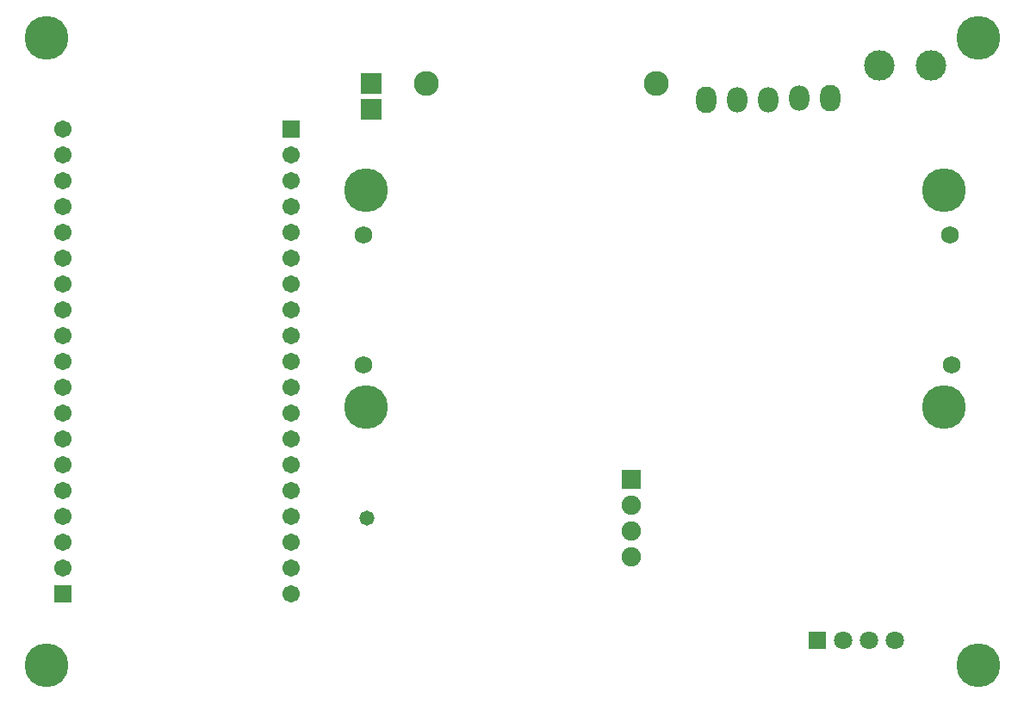
<source format=gts>
G04*
G04 #@! TF.GenerationSoftware,Altium Limited,Altium Designer,24.9.1 (31)*
G04*
G04 Layer_Color=8388736*
%FSTAX24Y24*%
%MOIN*%
G70*
G04*
G04 #@! TF.SameCoordinates,937A2281-D82C-41EB-8C72-0E8F8F28929F*
G04*
G04*
G04 #@! TF.FilePolarity,Negative*
G04*
G01*
G75*
%ADD20C,0.0749*%
%ADD21R,0.0749X0.0749*%
%ADD22C,0.0671*%
%ADD23R,0.0671X0.0671*%
%ADD24C,0.0680*%
%ADD25C,0.1694*%
%ADD26O,0.0780X0.1030*%
%ADD27O,0.0780X0.0980*%
%ADD28C,0.1180*%
%ADD29C,0.0710*%
%ADD30R,0.0710X0.0710*%
%ADD31C,0.0966*%
%ADD32R,0.0789X0.0789*%
%ADD33C,0.0580*%
D20*
X03685Y025268D02*
D03*
Y026268D02*
D03*
Y027268D02*
D03*
D21*
Y028268D02*
D03*
D22*
X023694Y023826D02*
D03*
Y024826D02*
D03*
Y025826D02*
D03*
Y026826D02*
D03*
Y027826D02*
D03*
Y028826D02*
D03*
Y029826D02*
D03*
Y030826D02*
D03*
Y031826D02*
D03*
Y032826D02*
D03*
Y033826D02*
D03*
Y035826D02*
D03*
Y039826D02*
D03*
Y036826D02*
D03*
Y037826D02*
D03*
Y038826D02*
D03*
Y040826D02*
D03*
Y034826D02*
D03*
X014843Y024843D02*
D03*
Y025843D02*
D03*
Y038843D02*
D03*
Y037843D02*
D03*
Y036843D02*
D03*
Y035843D02*
D03*
Y034843D02*
D03*
Y039843D02*
D03*
Y041843D02*
D03*
Y040843D02*
D03*
Y033843D02*
D03*
Y032843D02*
D03*
Y031843D02*
D03*
Y030843D02*
D03*
Y029843D02*
D03*
Y028843D02*
D03*
Y027843D02*
D03*
Y026843D02*
D03*
D23*
X023694Y041826D02*
D03*
X014843Y023843D02*
D03*
D24*
X049248Y032689D02*
D03*
X0265Y037748D02*
D03*
Y032689D02*
D03*
X049201Y037748D02*
D03*
D25*
X048952Y031069D02*
D03*
Y039469D02*
D03*
X026602Y031069D02*
D03*
Y039469D02*
D03*
X050276Y045354D02*
D03*
X014213Y021063D02*
D03*
X050276D02*
D03*
X014213Y045354D02*
D03*
D26*
X044561Y043021D02*
D03*
X039761Y042971D02*
D03*
D27*
X043361Y043021D02*
D03*
X042161Y042971D02*
D03*
X040961D02*
D03*
D28*
X048465Y044291D02*
D03*
X046465D02*
D03*
D29*
X047039Y022047D02*
D03*
X045039D02*
D03*
X046039D02*
D03*
D30*
X044039D02*
D03*
D31*
X037835Y043583D02*
D03*
X028937D02*
D03*
D32*
X026772Y042598D02*
D03*
Y043598D02*
D03*
D33*
X026615Y026765D02*
D03*
M02*

</source>
